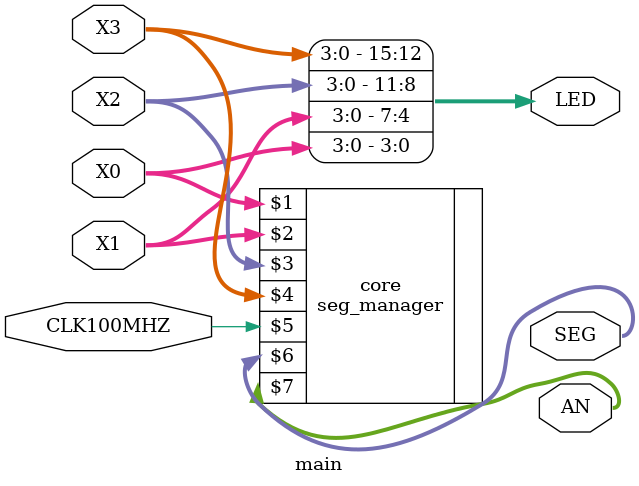
<source format=v>
`timescale 1ns / 1ps


module main(
    input [3:0] X0, X1, X2, X3,
    input CLK100MHZ,
    output [6:0] SEG,
    output [7:0] AN,
    output [15:0] LED
    );
    
    assign LED = {X3, X2, X1, X0};
    
    seg_manager core(X0, X1, X2, X3, CLK100MHZ, SEG, AN);
endmodule

</source>
